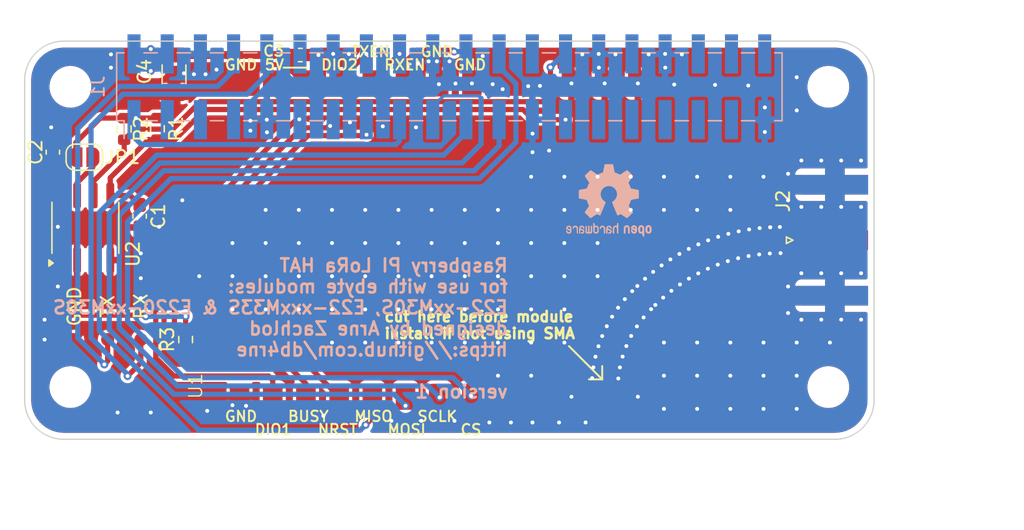
<source format=kicad_pcb>
(kicad_pcb (version 20240108) (generator "pcbnew") (generator_version "8.0")
  (title_block (comment 4 "AISLER Project ID: DUQSOLCP"))
  (layers (0 "F.Cu" signal) (31 "B.Cu" signal) (34 "B.Paste" user) (35 "F.Paste" user) (36 "B.SilkS" user "B.Silkscreen") (37 "F.SilkS" user "F.Silkscreen") (38 "B.Mask" user) (39 "F.Mask" user) (44 "Edge.Cuts" user))
  (net 0 "")
  (net 1 "GND")
  (net 2 "/ID_SD")
  (net 3 "/ID_SC")
  (net 4 "Net-(JP1-A)")
  (net 5 "+5V")
  (net 6 "/BUSY")
  (net 7 "/DIO1")
  (net 8 "/DIO2")
  (net 9 "/RXEN")
  (net 10 "/UART_RX")
  (net 11 "/UART_TX")
  (net 12 "Net-(J2-In)")
  (net 13 "/NRST")
  (net 14 "/MISO")
  (net 15 "/TXEN")
  (net 20 "/SCLK")
  (net 22 "+3.3V")
  (net 31 "/MOSI")
  (net 33 "/SS")
  (footprint "Jumper:SolderJumper-2_P1.3mm_Open_RoundedPad1.0x1.5mm" (layer "F.Cu") (at 4.572 8.89 180)
    (property "Reference" "JP1")
    (property "Value" "Jmp_EEPROM_WP")
  )
  (footprint "arnes_ebyte:E22-xxxM33S" (layer "F.Cu") (at 13.905 27.24 90)
    (property "Reference" "U1")
    (property "Value" "~")
  )
  (footprint "MountingHole:MountingHole_2.7mm_M2.5" (layer "F.Cu") (at 3.5 26.5)
    (property "Reference" "H3" (hide yes))
    (property "Value" "MountingHole")
  )
  (footprint "MountingHole:MountingHole_2.7mm_M2.5" (layer "F.Cu") (at 61.5 26.5)
    (property "Reference" "H4" (hide yes))
    (property "Value" "MountingHole")
  )
  (footprint "Package_SO:SOIC-8_3.9x4.9mm_P1.27mm" (layer "F.Cu") (at 4.6482 14.3002 90)
    (property "Reference" "U2")
    (property "Value" "M24C32-RMN6TP")
  )
  (footprint "Capacitor_SMD:C_0603_1608Metric" (layer "F.Cu") (at 21.095 1.0668)
    (property "Reference" "C3")
    (property "Value" "DNP")
  )
  (footprint "Connector_Coaxial:SMA_Amphenol_132289_EdgeMount" (layer "F.Cu") (at 62 15.25)
    (property "Reference" "J2")
    (property "Value" "Conn_Coaxial_Small")
  )
  (footprint "MountingHole:MountingHole_2.7mm_M2.5" (layer "F.Cu") (at 3.5 3.5)
    (property "Reference" "H1" (hide yes))
    (property "Value" "MountingHole")
  )
  (footprint "Resistor_SMD:R_0603_1608Metric" (layer "F.Cu") (at 7.62 6.731 -90)
    (property "Reference" "R2")
    (property "Value" "DNP")
  )
  (footprint "Capacitor_SMD:C_0603_1608Metric_Pad1.08x0.95mm_HandSolder" (layer "F.Cu") (at 2.159 8.509 90)
    (property "Reference" "C2")
    (property "Value" "100nF")
  )
  (footprint "MountingHole:MountingHole_2.7mm_M2.5" (layer "F.Cu") (at 61.5 3.5)
    (property "Reference" "H2" (hide yes))
    (property "Value" "MountingHole")
  )
  (footprint "Capacitor_SMD:C_0603_1608Metric_Pad1.08x0.95mm_HandSolder" (layer "F.Cu") (at 8.7982 13.4077 -90)
    (property "Reference" "C1")
    (property "Value" "DNP")
  )
  (footprint "Resistor_SMD:R_0603_1608Metric" (layer "F.Cu") (at 12.319 22.86 -90)
    (property "Reference" "R3")
    (property "Value" "DNP")
  )
  (footprint "TestPoint:TestPoint_Pad_D1.0mm" (layer "F.Cu") (at 6.35 22.86 90)
    (property "Reference" "TP12" (hide yes))
    (property "Value" "TX")
  )
  (footprint "TestPoint:TestPoint_Pad_D1.0mm" (layer "F.Cu") (at 3.81 22.86 90)
    (property "Reference" "TP18" (hide yes))
    (property "Value" "GND")
  )
  (footprint "Resistor_SMD:R_0603_1608Metric" (layer "F.Cu") (at 10.16 6.7188 -90)
    (property "Reference" "R1")
    (property "Value" "3.9k")
  )
  (footprint "TestPoint:TestPoint_Pad_D1.0mm" (layer "F.Cu") (at 8.89 22.86 90)
    (property "Reference" "TP11" (hide yes))
    (property "Value" "RX")
  )
  (footprint "Capacitor_SMD:C_1206_3216Metric" (layer "F.Cu") (at 11.43 2.54 -90)
    (property "Reference" "C4")
    (property "Value" "DNP")
  )
  (footprint "Connector_PinSocket_2.54mm:PinSocket_2x20_P2.54mm_Vertical_SMD" (layer "B.Cu") (at 32.5 3.5 -90)
    (property "Reference" "J1")
    (property "Value" "Raspberry_Pi_2_3")
  )
  (footprint "Symbol:OSHW-Logo2_7.3x6mm_SilkScreen" (layer "B.Cu") (at 44.704 12.192 180)
    (property "Reference" "REF**" (hide yes))
    (property "Value" "OSHW-Logo2_7.3x6mm_SilkScreen" (hide yes))
  )
  (gr_line (start 44.196 25.908) (end 43.18 25.908) (stroke (width 0.15)) (layer "F.SilkS"))
  (gr_line (start 41.656 23.368) (end 44.196 25.908) (stroke (width 0.15)) (layer "F.SilkS"))
  (gr_line (start 19.812 2.032) (end 21.59 2.032) (stroke (width 0.15)) (layer "F.SilkS"))
  (gr_line (start 44.196 25.908) (end 44.196 24.892) (stroke (width 0.15)) (layer "F.SilkS"))
  (gr_arc (start 62 0) (mid 64.12132 0.87868) (end 65 3) (stroke (width 0.1)) (layer "Edge.Cuts"))
  (gr_arc (start 65 27.5) (mid 64.12132 29.62132) (end 62 30.5) (stroke (width 0.1)) (layer "Edge.Cuts"))
  (gr_line (start 65 3) (end 65 27.5) (stroke (width 0.1)) (layer "Edge.Cuts"))
  (gr_line (start 62 30.5) (end 3 30.5) (stroke (width 0.1)) (layer "Edge.Cuts"))
  (gr_line (start 3 0) (end 62 0) (stroke (width 0.1)) (layer "Edge.Cuts"))
  (gr_arc (start 3 30.5) (mid 0.87868 29.62132) (end 0 27.5) (stroke (width 0.1)) (layer "Edge.Cuts"))
  (gr_line (start 0 27.5) (end 0 3) (stroke (width 0.1)) (layer "Edge.Cuts"))
  (gr_arc (start 0 3) (mid 0.87868 0.87868) (end 3 0) (stroke (width 0.1)) (layer "Edge.Cuts"))
  (gr_text "Raspberry PI LoRa HAT\nfor use with ebyte modules:\nE22-xxM30S, E22-xxxM33S & E220-xxM30S\ndesigned by Arne Zachlod\nhttps://github.com/db4rne\n\nversion 1" (at 37.084 27.432 0) (layer "B.SilkS") (effects (font (size 1 1) (thickness 0.2)) (justify left bottom mirror)))
  (gr_text "NRST" (at 22.352 30.226 0) (layer "F.SilkS") (effects (font (size 0.8 0.8) (thickness 0.15) (bold yes)) (justify left bottom)))
  (gr_text "GND" (at 32.766 2.286 0) (layer "F.SilkS") (effects (font (size 0.8 0.8) (thickness 0.15) (bold yes)) (justify left bottom)))
  (gr_text "5V" (at 18.288 2.286 0) (layer "F.SilkS") (effects (font (size 0.8 0.8) (thickness 0.15) (bold yes)) (justify left bottom)))
  (gr_text "GND" (at 15.24 2.286 0) (layer "F.SilkS") (effects (font (size 0.8 0.8) (thickness 0.15) (bold yes)) (justify left bottom)))
  (gr_text "BUSY" (at 20.066 29.21 0) (layer "F.SilkS") (effects (font (size 0.8 0.8) (thickness 0.15) (bold yes)) (justify left bottom)))
  (gr_text "RXEN" (at 27.432 2.286 0) (layer "F.SilkS") (effects (font (size 0.8 0.8) (thickness 0.15) (bold yes)) (justify left bottom)))
  (gr_text "GND" (at 30.226 1.27 0) (layer "F.SilkS") (effects (font (size 0.8 0.8) (thickness 0.15) (bold yes)) (justify left bottom)))
  (gr_text "DIO2" (at 22.606 2.286 0) (layer "F.SilkS") (effects (font (size 0.8 0.8) (thickness 0.15) (bold yes)) (justify left bottom)))
  (gr_text "MISO" (at 25.146 29.21 0) (layer "F.SilkS") (effects (font (size 0.8 0.8) (thickness 0.15) (bold yes)) (justify left bottom)))
  (gr_text "GND" (at 15.24 29.21 0) (layer "F.SilkS") (effects (font (size 0.8 0.8) (thickness 0.15) (bold yes)) (justify left bottom)))
  (gr_text "SCLK" (at 29.972 29.21 0) (layer "F.SilkS") (effects (font (size 0.8 0.8) (thickness 0.15) (bold yes)) (justify left bottom)))
  (gr_text "TXEN" (at 24.892 1.27 0) (layer "F.SilkS") (effects (font (size 0.8 0.8) (thickness 0.15) (bold yes)) (justify left bottom)))
  (gr_text "MOSI" (at 27.686 30.226 0) (layer "F.SilkS") (effects (font (size 0.8 0.8) (thickness 0.15) (bold yes)) (justify left bottom)))
  (gr_text "CS" (at 33.274 30.226 0) (layer "F.SilkS") (effects (font (size 0.8 0.8) (thickness 0.15) (bold yes)) (justify left bottom)))
  (gr_text "DIO1" (at 17.526 30.226 0) (layer "F.SilkS") (effects (font (size 0.8 0.8) (thickness 0.15) (bold yes)) (justify left bottom)))
  (gr_text "cut here before module \ninstall if not using SMA" (at 27.432 22.86 0) (layer "F.SilkS") (effects (font (size 0.8 0.8) (thickness 0.2) (bold yes)) (justify left bottom)))
  (segment (start 21.87 1.0668) (end 22.479 1.0668) (width 0.6) (layer "F.Cu") (net 1))
  (segment (start 23.5232 1.0668) (end 23.61 0.98) (width 0.6) (layer "F.Cu") (net 1))
  (segment (start 22.479 1.0668) (end 23.5232 1.0668) (width 0.6) (layer "F.Cu") (net 1))
  (via (at 60.96 12.7) (size 0.6) (drill 0.3) (layers "F.Cu" "B.Cu") (net 1))
  (via (at 23.5204 23.0886) (size 0.7) (drill 0.3) (layers "F.Cu" "B.Cu") (net 1))
  (via (at 18.4404 18.0086) (size 0.7) (drill 0.3) (layers "F.Cu" "B.Cu") (net 1))
  (via (at 15.9004 15.4686) (size 0.7) (drill 0.3) (layers "F.Cu" "B.Cu") (net 1))
  (via (at 50.103819 16.301794) (size 0.7) (drill 0.3) (layers "F.Cu" "B.Cu") (net 1))
  (via (at 23.5204 20.5486) (size 0.7) (drill 0.3) (layers "F.Cu" "B.Cu") (net 1))
  (via (at 28.6004 23.0886) (size 0.7) (drill 0.3) (layers "F.Cu" "B.Cu") (net 1))
  (via (at 36.576 3.683) (size 0.6) (drill 0.3) (layers "F.Cu" "B.Cu") (net 1))
  (via (at 28.6004 18.0086) (size 0.7) (drill 0.3) (layers "F.Cu" "B.Cu") (net 1))
  (via (at 50.832341 18.191115) (size 0.7) (drill 0.3) (layers "F.Cu" "B.Cu") (net 1))
  (via (at 27.4066 6.5278) (size 0.6) (drill 0.3) (layers "F.Cu" "B.Cu") (net 1))
  (via (at 31.1404 23.0886) (size 0.7) (drill 0.3) (layers "F.Cu" "B.Cu") (net 1))
  (via (at 18.4404 15.4686) (size 0.7) (drill 0.3) (layers "F.Cu" "B.Cu") (net 1))
  (via (at 47.362271 21.165398) (size 0.7) (drill 0.3) (layers "F.Cu" "B.Cu") (net 1))
  (via (at 46.489179 19.153031) (size 0.7) (drill 0.3) (layers "F.Cu" "B.Cu") (net 1))
  (via (at 8.89 18.161) (size 0.6) (drill 0.3) (layers "F.Cu" "B.Cu") (net 1))
  (via (at 45.549533 24.994283) (size 0.7) (drill 0.3) (layers "F.Cu" "B.Cu") (net 1))
  (via (at 10.287 14.224) (size 0.6) (drill 0.3) (layers "F.Cu" "B.Cu") (net 1))
  (via (at 48.093903 17.675273) (size 0.7) (drill 0.3) (layers "F.Cu" "B.Cu") (net 1))
  (via (at 24.8158 0.9906) (size 0.6) (drill 0.3) (layers "F.Cu" "B.Cu") (net 1))
  (via (at 53.848738 14.760392) (size 0.7) (drill 0.3) (layers "F.Cu" "B.Cu") (net 1))
  (via (at 24.892 6.223) (size 0.6) (drill 0.3) (layers "F.Cu" "B.Cu") (net 1))
  (via (at 35.814 3.302) (size 0.6) (drill 0.3) (layers "F.Cu" "B.Cu") (net 1))
  (via (at 49.488644 19.123762) (size 0.7) (drill 0.3) (layers "F.Cu" "B.Cu") (net 1))
  (via (at 49.410241 16.724376) (size 0.7) (drill 0.3) (layers "F.Cu" "B.Cu") (net 1))
  (via (at 2.54 14.224) (size 0.6) (drill 0.3) (layers "F.Cu" "B.Cu") (net 1))
  (via (at 40.894 29.21) (size 0.6) (drill 0.3) (layers "F.Cu" "B.Cu") (net 1))
  (via (at 59.0804 5.3086) (size 0.7) (drill 0.3) (layers "F.Cu" "B.Cu") (net 1))
  (via (at 15.9004 20.5486) (size 0.7) (drill 0.3) (layers "F.Cu" "B.Cu") (net 1))
  (via (at 38.7604 15.4686) (size 0.7) (drill 0.3) (layers "F.Cu" "B.Cu") (net 1))
  (via (at 48.859967 19.647369) (size 0.7) (drill 0.3) (layers "F.Cu" "B.Cu") (net 1))
  (via (at 59.436 21.336) (size 0.6) (drill 0.3) (layers "F.Cu" "B.Cu") (net 1))
  (via (at 56.5404 28.1686) (size 0.7) (drill 0.3) (layers "F.Cu" "B.Cu") (net 1))
  (via (at 42.672 1.016) (size 0.6) (drill 0.3) (layers "F.Cu" "B.Cu") (net 1))
  (via (at 41.3004 20.5486) (size 0.7) (drill 0.3) (layers "F.Cu" "B.Cu") (net 1))
  (via (at 36.2204 23.0886) (size 0.7) (drill 0.3) (layers "F.Cu" "B.Cu") (net 1))
  (via (at 58.42 18.796) (size 0.6) (drill 0.3) (layers "F.Cu" "B.Cu") (net 1))
  (via (at 33.6804 20.5486) (size 0.7) (drill 0.3) (layers "F.Cu" "B.Cu") (net 1))
  (via (at 54.0004 12.9286) (size 0.7) (drill 0.3) (layers "F.Cu" "B.Cu") (net 1))
  (via (at 38.862 29.21) (size 0.6) (drill 0.3) (layers "F.Cu" "B.Cu") (net 1))
  (via (at 43.93 0.98) (size 0.6) (drill 0.3) (layers "F.Cu" "B.Cu") (net 1))
  (via (at 52.832 3.3528) (size 0.6) (drill 0.3) (layers "F.Cu" "B.Cu") (net 1))
  (via (at 38.7604 12.9286) (size 0.7) (drill 0.3) (layers "F.Cu" "B.Cu") (net 1))
  (via (at 49.022 2.032) (size 0.6) (drill 0.3) (layers "F.Cu" "B.Cu") (net 1))
  (via (at 28.6004 20.5486) (size 0.7) (drill 0.3) (layers "F.Cu" "B.Cu") (net 1))
  (via (at 59.436 17.78) (size 0.6) (drill 0.3) (layers "F.Cu" "B.Cu") (net 1))
  (via (at 28.6004 15.4686) (size 0.7) (drill 0.3) (layers "F.Cu" "B.Cu") (net 1))
  (via (at 59.0804 2.7686) (size 0.7) (drill 0.3) (layers "F.Cu" "B.Cu") (net 1))
  (via (at 17.272 6.858) (size 0.6) (drill 0.3) (layers "F.Cu" "B.Cu") (net 1))
  (via (at 64.008 9.144) (size 0.6) (drill 0.3) (layers "F.Cu" "B.Cu") (net 1))
  (via (at 64.008 17.78) (size 0.6) (drill 0.3) (layers "F.Cu" "B.Cu") (net 1))
  (via (at 39.4328 3.429) (size 0.6) (drill 0.3) (layers "F.Cu" "B.Cu") (net 1))
  (via (at 57.022711 16.266251) (size 0.7) (drill 0.3) (layers "F.Cu" "B.Cu") (net 1))
  (via (at 28.067 29.083) (size 0.6) (drill 0.3) (layers "F.Cu" "B.Cu") (net 1))
  (via (at 32.893 29.083) (size 0.6) (drill 0.3) (layers "F.Cu" "B.Cu") (net 1))
  (via (at 50.292 1.016) (size 0.6) (drill 0.3) (layers "F.Cu" "B.Cu") (net 1))
  (via (at 41.3004 23.0886) (size 0.7) (drill 0.3) (layers "F.Cu" "B.Cu") (net 1))
  (via (at 13.3604 18.0086) (size 0.7) (drill 0.3) (layers "F.Cu" "B.Cu") (net 1))
  (via (at 46.3804 12.9286) (size 0.7) (drill 0.3) (layers "F.Cu" "B.Cu") (net 1))
  (via (at 38.7604 18.0086) (size 0.7) (drill 0.3) (layers "F.Cu" "B.Cu") (net 1))
  (via (at 60.96 21.336) (size 0.6) (drill 0.3) (layers "F.Cu" "B.Cu") (net 1))
  (via (at 57.79146 14.240301) (size 0.7) (drill 0.3) (layers "F.Cu" "B.Cu") (net 1))
  (via (at 15.9004 27.8892) (size 0.6) (drill 0.3) (layers "F.Cu" "B.Cu") (net 1))
  (via (at 30.9118 1.5494) (size 0.6) (drill 0.3) (layers "F.Cu" "B.Cu") (net 1))
  (via (at 62.484 12.7) (size 0.6) (drill 0.3) (layers "F.Cu" "B.Cu") (net 1))
  (via (at 57.053219 14.258801) (size 0.7) (drill 0.3) (layers "F.Cu" "B.Cu") (net 1))
  (via (at 12.192 2.4638) (size 0.6) (drill 0.3) (layers "F.Cu" "B.Cu") (net 1))
  (via (at 30.353 29.083) (size 0.6) (drill 0.3) (layers "F.Cu" "B.Cu") (net 1))
  (via (at 54.0004 25.6286) (size 0.7) (drill 0.3) (layers "F.Cu" "B.Cu") (net 1))
  (via (at 43.8404 10.3886) (size 0.7) (drill 0.3) (layers "F.Cu" "B.Cu") (net 1))
  (via (at 59.0804 25.6286) (size 0.7) (drill 0.3) (layers "F.Cu" "B.Cu") (net 1))
  (via (at 26.0604 18.0086) (size 0.7) (drill 0.3) (layers "F.Cu" "B.Cu") (net 1))
  (via (at 18.4404 12.9286) (size 0.7) (drill 0.3) (layers "F.Cu" "B.Cu") (net 1))
  (via (at 23.5204 18.0086) (size 0.7) (drill 0.3) (layers "F.Cu" "B.Cu") (net 1))
  (via (at 34.225 3.24) (size 0.6) (drill 0.3) (layers "F.Cu" "B.Cu") (net 1))
  (via (at 47.752 1.016) (size 0.6) (drill 0.3) (layers "F.Cu" "B.Cu") (net 1))
  (via (at 54.598304 16.631203) (size 0.7) (drill 0.3) (layers "F.Cu" "B.Cu") (net 1))
  (via (at 36.2204 18.0086) (size 0.7) (drill 0.3) (layers "F.Cu" "B.Cu") (net 1))
  (via (at 33.6804 23.0886) (size 0.7) (drill 0.3) (layers "F.Cu" "B.Cu") (net 1))
  (via (at 51.4604 25.6286) (size 0.7) (drill 0.3) (layers "F.Cu" "B.Cu") (net 1))
  (via (at 41.845 3.24) (size 0.6) (drill 0.3) (layers "F.Cu" "B.Cu") (net 1))
  (via (at 59.0804 28.1686) (size 0.7) (drill 0.3) (layers "F.Cu" "B.Cu") (net 1))
  (via (at 56.5404 23.0886) (size 0.7) (drill 0.3) (layers "F.Cu" "B.Cu") (net 1))
  (via (at 35.052 1.143) (size 0.6) (drill 0.3) (layers "F.Cu" "B.Cu") (net 1))
  (via (at 31.5468 1.5494) (size 0.6) (drill 0.3) (layers "F.Cu" "B.Cu") (net 1))
  (via (at 49.01 0.98) (size 0.6) (drill 0.3) (layers "F.Cu" "B.Cu") (net 1))
  (via (at 41.3004 12.9286) (size 0.7) (drill 0.3) (layers "F.Cu" "B.Cu") (net 1))
  (via (at 31.6992 3.302) (size 0.6) (drill 0.3) (layers "F.Cu" "B.Cu") (net 1))
  (via (at 45.425628 25.84087) (size 0.7) (drill 0.3) (layers "F.Cu" "B.Cu") (net 1))
  (via (at 18.542 6.985) (size 0.6) (drill 0.3) (layers "F.Cu" "B.Cu") (net 1))
  (via (at 48.262899 20.206886) (size 0.7) (drill 0.3) (layers "F.Cu" "B.Cu") (net 1))
  (via (at 48.9204 12.9286) (size 0.7) (drill 0.3) (layers "F.Cu" "B.Cu") (net 1))
  (via (at 32.512 1.5494) (size 0.6) (drill 0.3) (layers "F.Cu" "B.Cu") (net 1))
  (via (at 41.3004 18.0086) (size 0.7) (drill 0.3) (layers "F.Cu" "B.Cu") (net 1))
  (via (at 59.0804 23.0886) (size 0.7) (drill 0.3) (layers "F.Cu" "B.Cu") (net 1))
  (via (at 8.89 19.685) (size 0.6) (drill 0.3) (layers "F.Cu" "B.Cu") (net 1))
  (via (at 36.2204 20.5486) (size 0.7) (drill 0.3) (layers "F.Cu" "B.Cu") (net 1))
  (via (at 59.436 12.7) (size 0.6) (drill 0.3) (layers "F.Cu" "B.Cu") (net 1))
  (via (at 36.2204 15.4686) (size 0.7) (drill 0.3) (layers "F.Cu" "B.Cu") (net 1))
  (via (at 64.008 12.7) (size 0.6) (drill 0.3) (layers "F.Cu" "B.Cu") (net 1))
  (via (at 30.099 1.7272) (size 0.6) (drill 0.3) (layers "F.Cu" "B.Cu") (net 1))
  (via (at 33.6804 15.4686) (size 0.7) (drill 0.3) (layers "F.Cu" "B.Cu") (net 1))
  (via (at 20.9804 15.4686) (size 0.7) (drill 0.3) (layers "F.Cu" "B.Cu") (net 1))
  (via (at 51.552361 15.568097) (size 0.7) (drill 0.3) (layers "F.Cu" "B.Cu") (net 1))
  (via (at 46.925 27.24) (size 0.6) (drill 0.3) (layers "F.Cu" "B.Cu") (net 1))
  (via (at 51.4604 23.0886) (size 0.7) (drill 0.3) (layers "F.Cu" "B.Cu") (net 1))
  (via (at 45.413224 20.420112) (size 0.7) (drill 0.3) (layers "F.Cu" "B.Cu") (net 1))
  (via (at 40.132 8.382) (size 0.6) (drill 0.3) (layers "F.Cu" "B.Cu") (net 1))
  (via (at 48.9204 10.3886) (size 0.7) (drill 0.3) (layers "F.Cu" "B.Cu") (net 1))
  (via (at 26.0604 12.9286) (size 0.7) (drill 0.3) (layers "F.Cu" "B.Cu") (net 1))
  (via (at 20.9804 12.9286) (size 0.7) (drill 0.3) (layers "F.Cu" "B.Cu") (net 1))
  (via (at 53.810207 16.851122) (size 0.7) (drill 0.3) (layers "F.Cu" "B.Cu") (net 1))
  (via (at 49.7078 3.3274) (size 0.6) (drill 0.3) (layers "F.Cu" "B.Cu") (net 1))
  (via (at 54.0004 23.0886) (size 0.7) (drill 0.3) (layers "F.Cu" "B.Cu") (net 1))
  (via (at 44.546799 21.838527) (size 0.7) (drill 0.3) (layers "F.Cu" "B.Cu") (net 1))
  (via (at 43.8404 15.4686) (size 0.7) (drill 0.3) (layers "F.Cu" "B.Cu") (net 1))
  (via (at 58.42 12.192) (size 0.6) (drill 0.3) (layers "F.Cu" "B.Cu") (net 1))
  (via (at 20.9804 20.5486) (size 0.7) (drill 0.3) (layers "F.Cu" "B.Cu") (net 1))
  (via (at 26.0604 20.5486) (size 0.7) (drill 0.3) (layers "F.Cu" "B.Cu") (net 1))
  (via (at 53.037298 17.119515) (size 0.7) (drill 0.3) (layers "F.Cu" "B.Cu") (net 1))
  (via (at 20.9804 18.0086) (size 0.7) (drill 0.3) (layers "F.Cu" "B.Cu") (net 1))
  (via (at 60.96 17.78) (size 0.6) (drill 0.3) (layers "F.Cu" "B.Cu") (net 1))
  (via (at 47.937673 20.532113) (size 0.7) (drill 0.3) (layers "F.Cu" "B.Cu") (net 1))
  (via (at 6.604 2.032) (size 0.6) (drill 0.3) (layers "F.Cu" "B.Cu") (net 1))
  (via (at 31.1404 20.5486) (size 0.7) (drill 0.3) (layers "F.Cu" "B.Cu") (net 1))
  (via (at 1.524 22.86) (size 0.6) (drill 0.3) (layers "F.Cu" "B.Cu") (net 1))
  (via (at 62.484 21.336) (size 0.6) (drill 0.3) (layers "F.Cu" "B.Cu") (net 1))
  (via (at 52.303386 15.258976) (size 0.7) (drill 0.3) (layers "F.Cu" "B.Cu") (net 1))
  (via (at 23.5204 12.9286) (size 0.7) (drill 0.3) (layers "F.Cu" "B.Cu") (net 1))
  (via (at 38.7604 23.0886) (size 0.7) (drill 0.3) (layers "F.Cu" "B.Cu") (net 1))
  (via (at 36.2204 12.9286) (size 0.7) (drill 0.3) (layers "F.Cu" "B.Cu") (net 1))
  (via (at 43.8404 12.9286) (size 0.7) (drill 0.3) (layers "F.Cu" "B.Cu") (net 1))
  (via (at 51.4604 12.9286) (size 0.7) (drill 0.3) (layers "F.Cu" "B.Cu") (net 1))
  (via (at 16.9418 27.94) (size 0.6) (drill 0.3) (layers "F.Cu" "B.Cu") (net 1))
  (via (at 12.065 12.192) (size 0.6) (drill 0.3) (layers "F.Cu" "B.Cu") (net 1))
  (via (at 62.484 9.144) (size 0.6) (drill 0.3) (layers "F.Cu" "B.Cu") (net 1))
  (via (at 46.851258 21.85164) (size 0.7) (drill 0.3) (layers "F.Cu" "B.Cu") (net 1))
  (via (at 48.9204 28.1686) (size 0.7) (drill 0.3) (layers "F.Cu" "B.Cu") (net 1))
  (via (at 23.61 0.98) (size 0.6) (drill 0.3) (layers "F.Cu" "B.Cu") (net 1))
  (via (at 52.281428 17.432605) (size 0.7) (drill 0.3) (layers "F.Cu" "B.Cu") (net 1))
  (via (at 58.42 20.828) (size 0.6) (drill 0.3) (layers "F.Cu" "B.Cu") (net 1))
  (via (at 45.75641 24.164049) (size 0.7) (drill 0.3) (layers "F.Cu" "B.Cu") (net 1))
  (via (at 54.638864 14.572289) (size 0.7) (drill 0.3) (layers "F.Cu" "B.Cu") (net 1))
  (via (at 45.212 1.016) (size 0.6) (drill 0.3) (layers "F.Cu" "B.Cu") (net 1))
  (via (at 23.5204 15.4686) (size 0.7) (drill 0.3) (layers "F.Cu" "B.Cu") (net 1))
  (via (at 48.9204 25.6286) (size 0.7) (drill 0.3) (layers "F.Cu" "B.Cu") (net 1))
  (via (at 46.410478 22.584988) (size 0.7) (drill 0.3) (layers "F.Cu" "B.Cu") (net 1))
  (via (at 51.545117 17.789353) (size 0.7) (drill 0.3) (layers "F.Cu" "B.Cu") (net 1))
  (via (at 51.4604 28.1686) (size 0.7) (drill 0.3) (layers "F.Cu" "B.Cu") (net 1))
  (via (at 56.243281 14.321032) (size 0.7) (drill 0.3) (layers "F.Cu" "B.Cu") (net 1))
  (via (at 62.484 17.78) (size 0.6) (drill 0.3) (layers "F.Cu" "B.Cu") (net 1))
  (via (at 14.6812 2.1844) (size 0.6) (drill 0.3) (layers "F.Cu" "B.Cu") (net 1))
  (via (at 43.520447 24.989682) (size 0.7) (drill 0.3) (layers "F.Cu" "B.Cu") (net 1))
  (via (at 18.4404 20.5486) (size 0.7) (drill 0.3) (layers "F.Cu" "B.Cu") (net 1))
  (via (at 22.479 1.0668) (size 0.6) (drill 0.3) (layers "F.Cu" "B.Cu") (net 1))
  (via (at 56.5404 25.6286) (size 0.7) (drill 0.3) (layers "F.Cu" "B.Cu") (net 1))
  (via (at 43.942 2.032) (size 0.6) (drill 0.3) (layers "F.Cu" "B.Cu") (net 1))
  (via (at 22.86 28.702) (size 0.6) (drill 0.3) (layers "F.Cu" "B.Cu") (net 1))
  (via (at 37.211 29.21) (size 0.6) (drill 0.3) (layers "F.Cu" "B.Cu") (net 1))
  (via (at 56.642 5.08) (size 0.6) (drill 0.3) (layers "F.Cu" "B.Cu") (net 1))
  (via (at 44.951622 21.112032) (size 0.7) (drill 0.3) (layers "F.Cu" "B.Cu") (net 1))
  (via (at 43.910762 23.374057) (size 0.7) (drill 0.3) (layers "F.Cu" "B.Cu") (net 1))
  (via (at 38.7604 20.5486) (size 0.7) (drill 0.3) (layers "F.Cu" "B.Cu") (net 1))
  (via (at 9.652 28.448) (size 0.6) (drill 0.3) (layers "F.Cu" "B.Cu") (net 1))
  (via (at 26.0604 23.0886) (size 0.7) (drill 0.3) (layers "F.Cu" "B.Cu") (net 1))
  (via (at 50.146833 18.637804) (size 0.7) (drill 0.3) (layers "F.Cu" "B.Cu") (net 1))
  (via (at 41.845 27.24) (size 0.6) (drill 0.3) (layers "F.Cu" "B.Cu") (net 1))
  (via (at 38.7604 10.3886) (size 0.7) (drill 0.3) (layers "F.Cu" "B.Cu") (net 1))
  (via (at 53.06954 14.989497) (size 0.7) (drill 0.3) (layers "F.Cu" "B.Cu") (net 1))
  (via (at 55.398889 16.462332) (size 0.7) (drill 0.3) (layers "F.Cu" "B.Cu") (net 1))
  (via (at 48.739661 17.182617) (size 0.7) (drill 0.3) (layers "F.Cu" "B.Cu") (net 1))
  (via (at 2.032 6.604) (size 0.6) (drill 0.3) (layers "F.Cu" "B.Cu") (net 1))
  (via (at 56.642 6.9596) (size 0.6) (drill 0.3) (layers "F.Cu" "B.Cu") (net 1))
  (via (at 2.54 18.796) (size 0.6) (drill 0.3) (layers "F.Cu" "B.Cu") (net 1))
  (via (at 17.272 6.096) (size 0.6) (drill 0.3) (layers "F.Cu" "B.Cu") (net 1))
  (via (at 51.4604 10.3886) (size 0.7) (drill 0.3) (layers "F.Cu" "B.Cu") (net 1))
  (via (at 58.42 10.16) (size 0.6) (drill 0.3) (layers "F.Cu" "B.Cu") (net 1))
  (via (at 29.9466 6.604) (size 0.6) (drill 0.3) (layers "F.Cu" "B.Cu") (net 1))
  (via (at 36.2204 25.6286) (size 0.7) (drill 0.3) (layers "F.Cu" "B.Cu") (net 1))
  (via (at 50.818507 15.916018) (size 0.7) (drill 0.3) (layers "F.Cu" "B.Cu") (net 1))
  (via (at 38.5318 3.4544) (size 0.6) (drill 0.3) (layers "F.Cu" "B.Cu") (net 1))
  (via (at 42.926 29.21) (size 0.6) (drill 0.3) (layers "F.Cu" "B.Cu") (net 1))
  (via (at 54.0004 28.1686) (size 0.7) (drill 0.3) (layers "F.Cu" "B.Cu") (net 1))
  (via (at 31.1404 12.9286) (size 0.7) (drill 0.3) (layers "F.Cu" "B.Cu") (net 1))
  (via (at 41.3004 15.4686) (size 0.7) (drill 0.3) (layers "F.Cu" "B.Cu") (net 1))
  (via (at 12.954 2.54) (size 0.6) (drill 0.3) (layers "F.Cu" "B.Cu") (net 1))
  (via (at 38.862 8.509) (size 0.6) (drill 0.3) (layers "F.Cu" "B.Cu") (net 1))
  (via (at 7.112 28.448) (size 0.6) (drill 0.3) (layers "F.Cu" "B.Cu") (net 1))
  (via (at 44.385 3.24) (size 0.6) (drill 0.3) (layers "F.Cu" "B.Cu") (net 1))
  (via (at 18.53 6.02) (size 0.6) (drill 0.3) (layers "F.Cu" "B.Cu") (net 1))
  (via (at 38.862 7.0866) (size 0.6) (drill 0.3) (layers "F.Cu" "B.Cu") (net 1))
  (via (at 33.6804 12.9286) (size 0.7) (drill 0.3) (layers "F.Cu" "B.Cu") (net 1))
  (via (at 8.89 16.256) (size 0.6) (drill 0.3) (layers "F.Cu" "B.Cu") (net 1))
  (via (at 26.0604 15.4686) (size 0.7) (drill 0.3) (layers "F.Cu" "B.Cu") (net 1))
  (via (at 59.436 9.144) (size 0.6) (drill 0.3) (layers "F.Cu" "B.Cu") (net 1))
  (via (at 60.96 9.144) (size 0.6) (drill 0.3) (layers "F.Cu" "B.Cu") (net 1))
  (via (at 64.008 21.336) (size 0.6) (drill 0.3) (layers "F.Cu" "B.Cu") (net 1))
  (via (at 57.84054 16.239699) (size 0.7) (drill 0.3) (layers "F.Cu" "B.Cu") (net 1))
  (via (at 43.8404 18.0086) (size 0.7) (drill 0.3) (layers "F.Cu" "B.Cu") (net 1))
  (via (at 56.207923 16.340548) (size 0.7) (drill 0.3) (layers "F.Cu" "B.Cu") (net 1))
  (via (at 6.604 1.016) (size 0.6) (drill 0.3) (layers "F.Cu" "B.Cu") (net 1))
  (via (at 46.883817 18.758392) (size 0.7) (drill 0.3) (layers "F.Cu" "B.Cu") (net 1))
  (via (at 38.7604 25.6286) (size 0.7) (drill 0.3) (layers "F.Cu" "B.Cu") (net 1))
  (via (at 43.422065 25.8155) (size 0.7) (drill 0.3) (layers "F.Cu" "B.Cu") (net 1))
  (via (at 45.9276 19.766605) (size 0.7) (drill 0.3) (layers "F.Cu" "B.Cu") (net 1))
  (via (at 31.1404 18.0086) (size 0.7) (drill 0.3) (layers "F.Cu" "B.Cu") (net 1))
  (via (at 32.9692 3.2512) (size 0.6) (drill 0.3) (layers "F.Cu" "B.Cu") (net 1))
  (via (at 31.1404 15.4686) (size 0.7) (drill 0.3) (layers "F.Cu" "B.Cu") (net 1))
  (via (at 54.0004 10.3886) (size 0.7) (drill 0.3) (layers "F.Cu" "B.Cu") (net 1))
  (via (at 57.053227 14.258801) (size 0.7) (drill 0.3) (layers "F.Cu" "B.Cu") (net 1))
  (via (at 55.372 3.4036) (size 0.6) (drill 0.3) (layers "F.Cu" "B.Cu") (net 1))
  (via (at 33.6804 18.0086) (size 0.7) (drill 0.3) (layers "F.Cu" "B.Cu") (net 1))
  (via (at 55.437769 14.425701) (size 0.7) (drill 0.3) (layers "F.Cu" "B.Cu") (net 1))
  (via (at 47.474727 18.201007) (size 0.7) (drill 0.3) (layers "F.Cu" "B.Cu") (net 1))
  (via (at 43.683306 24.174019) (size 0.7) (drill 0.3) (layers "F.Cu" "B.Cu") (net 1))
  (via (at 35.56 29.21) (size 0.6) (drill 0.3) (layers "F.Cu" "B.Cu") (net 1))
  (via (at 15.9004 18.0086) (size 0.7) (drill 0.3) (layers "F.Cu" "B.Cu") (net 1))
  (via (at 46.925 3.24) (size 0.6) (drill 0.3) (layers "F.Cu" "B.Cu") (net 1))
  (via (at 56.5404 10.3886) (size 0.7) (drill 0.3) (layers "F.Cu" "B.Cu") (net 1))
  (via (at 1.524 21.336) (size 0.6) (drill 0.3) (layers "F.Cu" "B.Cu") (net 1))
  (via (at 13.843 2.54) (size 0.6) (drill 0.3) (layers "F.Cu" "B.Cu") (net 1))
  (via (at 28.6004 12.9286) (size 0.7) (drill 0.3) (layers "F.Cu" "B.Cu") (net 1))
  (via (at 46.3804 10.3886) (size 0.7) (drill 0.3) (layers "F.Cu" "B.Cu") (net 1))
  (via (at 61.6204 23.0886) (size 0.7) (drill 0.3) (layers "F.Cu" "B.Cu") (net 1))
  (via (at 46.04424 23.358279) (size 0.7) (drill 0.3) (layers "F.Cu" "B.Cu") (net 1))
  (via (at 48.9204 23.0886) (size 0.7) (drill 0.3) (layers "F.Cu" "B.Cu") (net 1))
  (via (at 41.3004 10.3886) (size 0.7) (drill 0.3) (layers "F.Cu" "B.Cu") (net 1))
  (via (at 44.196202 22.592797) (size 0.7) (drill 0.3) (layers "F.Cu" "B.Cu") (net 1))
  (via (at 13.97 28.321) (size 0.6) (drill 0.3) (layers "F.Cu" "B.Cu") (net 1))
  (segment (start 13.45 0.98) (end 13.45 2.044) (width 0.6) (layer "B.Cu") (net 1))
  (segment (start 18.53 6.02) (end 18.53 6.973) (width 0.4) (layer "B.Cu") (net 1))
  (segment (start 43.93 2.02) (end 43.942 2.032) (width 0.6) (layer "B.Cu") (net 1))
  (segment (start 38.85 7.0746) (end 38.862 7.0866) (width 0.6) (layer "B.Cu") (net 1))
  (segment (start 56.63 6.02) (end 56.63 6.9476) (width 0.6) (layer "B.Cu") (net 1))
  (segment (start 43.93 0.98) (end 43.93 2.02) (width 0.6) (layer "B.Cu") (net 1))
  (segment (start 31.23 0.98) (end 31.23 1.4732) (width 0.6) (layer "B.Cu") (net 1))
  (segment (start 56.63 5.092) (end 56.642 5.08) (width 0.6) (layer "B.Cu") (net 1))
  (segment (start 13.45 2.044) (end 12.954 2.54) (width 0.6) (layer "B.Cu") (net 1))
  (segment (start 56.63 6.9476) (end 56.642 6.9596) (width 0.6) (layer "B.Cu") (net 1))
  (segment (start 13.45 2.147) (end 13.843 2.54) (width 0.6) (layer "B.Cu") (net 1))
  (segment (start 31.23 1.004) (end 31.242 1.016) (width 0.6) (layer "B.Cu") (net 1))
  (segment (start 18.53 6.973) (end 18.542 6.985) (width 0.4) (layer "B.Cu") (net 1))
  (segment (start 56.63 6.02) (end 56.63 5.092) (width 0.6) (layer "B.Cu") (net 1))
  (segment (start 49.01 2.02) (end 49.022 2.032) (width 0.4) (layer "B.Cu") (net 1))
  (segment (start 13.45 0.98) (end 13.45 2.147) (width 0.6) (layer "B.Cu") (net 1))
  (segment (start 38.85 6.02) (end 38.85 7.0746) (width 0.6) (layer "B.Cu") (net 1))
  (segment (start 31.23 1.4732) (end 31.23 1.766) (width 0.6) (layer "B.Cu") (net 1))
  (segment (start 49.01 0.98) (end 49.01 2.02) (width 0.4) (layer "B.Cu") (net 1))
  (segment (start 31.23 1.766) (end 31.242 1.778) (width 0.6) (layer "B.Cu") (net 1))
  (segment (start 31.23 0.98) (end 31.23 1.004) (width 0.6) (layer "B.Cu") (net 1))
  (segment (start 6.5532 11.8252) (end 6.5532 10.4648) (width 0.4) (layer "F.Cu") (net 2))
  (segment (start 8.0782 11.8252) (end 8.7982 12.5452) (width 0.4) (layer "F.Cu") (net 2))
  (segment (start 38.133 5.24) (end 38.913 6.02) (width 0.4) (layer "F.Cu") (net 2))
  (segment (start 38.913 6.02) (end 41.39 6.02) (width 0.4) (layer "F.Cu") (net 2))
  (segment (start 11.5062 7.5438) (end 13.81 5.24) (width 0.4) (layer "F.Cu") (net 2))
  (segment (start 10.16 7.5438) (end 11.5062 7.5438) (width 0.4) (layer "F.Cu") (net 2))
  (segment (start 9.4742 7.5438) (end 10.16 7.5438) (width 0.4) (layer "F.Cu") (net 2))
  (segment (start 13.81 5.24) (end 38.133 5.24) (width 0.4) (layer "F.Cu") (net 2))
  (segment (start 6.5532 10.4648) (end 9.4742 7.5438) (width 0.4) (layer "F.Cu") (net 2))
  (segment (start 6.5532 11.8252) (end 8.0782 11.8252) (width 0.4) (layer "F.Cu") (net 2))
  (via (at 41.39 6.02) (size 0.6) (drill 0.3) (layers "F.Cu" "B.Cu") (net 2))
  (segment (start 39.81 4.64) (end 40.2336 4.2164) (width 0.4) (layer "F.Cu") (net 3))
  (segment (start 8.4322 6.7438) (end 11.330672 6.7438) (width 0.4) (layer "F.Cu") (net 3))
  (segment (start 5.2832 10.7188) (end 7.62 8.382) (width 0.4) (layer "F.Cu") (net 3))
  (segment (start 5.2832 11.8252) (end 5.2832 10.7188) (width 0.4) (layer "F.Cu") (net 3))
  (segment (start 40.2336 4.2164) (end 40.2336 2.0066) (width 0.4) (layer "F.Cu") (net 3))
  (segment (start 13.434472 4.64) (end 39.81 4.64) (width 0.4) (layer "F.Cu") (net 3))
  (segment (start 7.62 8.382) (end 7.62 7.556) (width 0.4) (layer "F.Cu") (net 3))
  (segment (start 7.62 7.556) (end 8.4322 6.7438) (width 0.4) (layer "F.Cu") (net 3))
  (segment (start 11.330672 6.7438) (end 13.434472 4.64) (width 0.4) (layer "F.Cu") (net 3))
  (via (at 40.2336 2.0066) (size 0.6) (drill 0.3) (layers "F.Cu" "B.Cu") (net 3))
  (segment (start 41.39 0.98) (end 41.2602 0.98) (width 0.4) (layer "B.Cu") (net 3))
  (segment (start 41.2602 0.98) (end 40.2336 2.0066) (width 0.4) (layer "B.Cu") (net 3))
  (segment (start 5.222 9.637) (end 5.222 8.89) (width 0.4) (layer "F.Cu") (net 4))
  (segment (start 4.0132 10.8458) (end 5.222 9.637) (width 0.4) (layer "F.Cu") (net 4))
  (segment (start 4.0132 11.8252) (end 4.0132 10.8458) (width 0.4) (layer "F.Cu") (net 4))
  (segment (start 20.32 1.0668) (end 20.32 1.905) (width 0.6) (layer "F.Cu") (net 5))
  (segment (start 9.652 1.27) (end 9.652 0.8) (width 0.6) (layer "F.Cu") (net 5))
  (segment (start 9.857 1.065) (end 11.43 1.065) (width 0.6) (layer "F.Cu") (net 5))
  (segment (start 9.652 1.27) (end 9.857 1.065) (width 0.6) (layer "F.Cu") (net 5))
  (segment (start 9.652 2.286) (end 9.652 1.778) (width 0.6) (layer "F.Cu") (net 5))
  (segment (start 10.365 1.065) (end 9.652 1.778) (width 0.6) (layer "F.Cu") (net 5))
  (segment (start 20.32 1.905) (end 18.985 3.24) (width 0.6) (layer "F.Cu") (net 5))
  (segment (start 11.43 1.065) (end 10.365 1.065) (width 0.6) (layer "F.Cu") (net 5))
  (segment (start 20.32 1.0668) (end 20.32 2.035) (width 0.6) (layer "F.Cu") (net 5))
  (segment (start 20.32 2.035) (end 21.525 3.24) (width 0.6) (layer "F.Cu") (net 5))
  (segment (start 11.43 1.065) (end 20.3182 1.065) (width 0.6) (layer "F.Cu") (net 5))
  (segment (start 9.652 1.778) (end 9.652 1.27) (width 0.6) (layer "F.Cu") (net 5))
  (segment (start 20.3182 1.065) (end 20.32 1.0668) (width 0.6) (layer "F.Cu") (net 5))
  (via (at 9.652 2.286) (size 0.6) (drill 0.3) (layers "F.Cu" "B.Cu") (net 5))
  (via (at 9.652 0.6096) (size 0.6) (drill 0.3) (layers "F.Cu" "B.Cu") (net 5))
  (segment (start 11.536 24.744) (end 10.668 23.876) (width 0.4) (layer "F.Cu") (net 6))
  (segment (start 10.668 17.185472) (end 21.113472 6.74) (width 0.4) (layer "F.Cu") (net 6))
  (segment (start 21.113472 6.74) (end 21.329129 6.74) (width 0.4) (layer "F.Cu") (net 6))
  (segment (start 21.329129 6.74) (end 21.430129 6.639) (width 0.4) (layer "F.Cu") (net 6))
  (segment (start 21.430129 6.639) (end 23.119472 6.639) (width 0.4) (layer "F.Cu") (net 6))
  (segment (start 20.029 24.744) (end 11.536 24.744) (width 0.4) (layer "F.Cu") (net 6))
  (segment (start 21.525 27.24) (end 21.525 26.24) (width 0.4) (layer "F.Cu") (net 6))
  (segment (start 23.259863 6.498609) (end 23.375326 6.498609) (width 0.4) (layer "F.Cu") (net 6))
  (segment (start 21.525 26.24) (end 20.029 24.744) (width 0.4) (layer "F.Cu") (net 6))
  (segment (start 23.119472 6.639) (end 23.259863 6.498609) (width 0.4) (layer "F.Cu") (net 6))
  (segment (start 10.668 23.876) (end 10.668 17.185472) (width 0.4) (layer "F.Cu") (net 6))
  (via (at 23.375326 6.498609) (size 0.6) (drill 0.3) (layers "F.Cu" "B.Cu") (net 6))
  (segment (start 23.61 6.263935) (end 23.375326 6.498609) (width 0.4) (layer "B.Cu") (net 6))
  (segment (start 23.61 6.02) (end 23.61 6.263935) (width 0.4) (layer "B.Cu") (net 6))
  (segment (start 18.985 25.97) (end 18.669 25.654) (width 0.4) (layer "F.Cu") (net 7))
  (segment (start 11.43 25.654) (end 10.033 24.257) (width 0.4) (layer "F.Cu") (net 7))
  (segment (start 10.033 24.257) (end 10.033 16.764) (width 0.4) (layer "F.Cu") (net 7))
  (segment (start 18.985 27.24) (end 18.985 25.97) (width 0.4) (layer "F.Cu") (net 7))
  (segment (start 20.807 5.99) (end 21.018468 5.99) (width 0.4) (layer "F.Cu") (net 7))
  (segment (start 10.033 16.764) (end 20.807 5.99) (width 0.4) (layer "F.Cu") (net 7))
  (segment (start 18.669 25.654) (end 11.43 25.654) (width 0.4) (layer "F.Cu") (net 7))
  (via (at 21.018468 5.99) (size 0.6) (drill 0.3) (layers "F.Cu" "B.Cu") (net 7))
  (segment (start 24.065 3.24) (end 24.065 3.065) (width 0.4) (layer "F.Cu") (net 8))
  (segment (start 24.065 3.065) (end 26.15 0.98) (width 0.4) (layer "F.Cu") (net 8))
  (via (at 26.15 0.98) (size 0.6) (drill 0.3) (layers "F.Cu" "B.Cu") (net 8))
  (segment (start 30.034 0.7) (end 32.7676 0.7) (width 0.4) (layer "F.Cu") (net 9))
  (segment (start 30.034 0.7) (end 29.145 1.589) (width 0.4) (layer "F.Cu") (net 9))
  (segment (start 32.7676 0.7) (end 32.8676 0.8) (width 0.4) (layer "F.Cu") (net 9))
  (segment (start 29.145 1.589) (end 29.145 3.24) (width 0.4) (layer "F.Cu") (net 9))
  (via (at 32.8676 0.8) (size 0.6) (drill 0.3) (layers "F.Cu" "B.Cu") (net 9))
  (segment (start 32.8676 0.8) (end 33.59 0.8) (width 0.4) (layer "B.Cu") (net 9))
  (segment (start 33.59 0.8) (end 33.77 0.98) (width 0.4) (layer "B.Cu") (net 9))
  (segment (start 7.874 25.654) (end 8.89 24.638) (width 0.4) (layer "F.Cu") (net 10))
  (segment (start 8.89 24.638) (end 8.89 22.86) (width 0.4) (layer "F.Cu") (net 10))
  (via (at 7.874 25.654) (size 0.6) (drill 0.3) (layers "F.Cu" "B.Cu") (net 10))
  (segment (start 7.526 4.064) (end 5.08 6.51) (width 0.4) (layer "B.Cu") (net 10))
  (segment (start 7.874 25.527) (end 7.874 25.654) (width 0.4) (layer "B.Cu") (net 10))
  (segment (start 5.08 6.51) (end 5.08 22.733) (width 0.4) (layer "B.Cu") (net 10))
  (segment (start 17.018 4.064) (end 7.526 4.064) (width 0.4) (layer "B.Cu") (net 10))
  (segment (start 18.53 2.552) (end 17.018 4.064) (width 0.4) (layer "B.Cu") (net 10))
  (segment (start 5.08 22.733) (end 7.874 25.527) (width 0.4) (layer "B.Cu") (net 10))
  (segment (start 18.53 0.98) (end 18.53 2.552) (width 0.4) (layer "B.Cu") (net 10))
  (segment (start 6.35 22.86) (end 6.35 24.511) (width 0.4) (layer "F.Cu") (net 11))
  (segment (start 6.35 24.511) (end 6.096 24.765) (width 0.4) (layer "F.Cu") (net 11))
  (via (at 6.096 24.765) (size 0.6) (drill 0.3) (layers "F.Cu" "B.Cu") (net 11))
  (segment (start 6.096 24.765) (end 4.064 22.733) (width 0.4) (layer "B.Cu") (net 11))
  (segment (start 14.7732 3.464) (end 15.99 2.2472) (width 0.4) (layer "B.Cu") (net 11))
  (segment (start 4.064 6.677472) (end 7.277472 3.464) (width 0.4) (layer "B.Cu") (net 11))
  (segment (start 4.064 22.733) (end 4.064 6.677472) (width 0.4) (layer "B.Cu") (net 11))
  (segment (start 15.99 2.2472) (end 15.99 0.98) (width 0.4) (layer "B.Cu") (net 11))
  (segment (start 7.277472 3.464) (end 14.7732 3.464) (width 0.4) (layer "B.Cu") (net 11))
  (segment (start 44.385 26.671) (end 44.385 27.24) (width 0.635) (layer "F.Cu") (net 12))
  (segment (start 57.816 15.24) (end 61.99 15.24) (width 0.635) (layer "F.Cu") (net 12))
  (segment (start 62 15.25) (end 61.99 15.24) (width 0.635) (layer "F.Cu") (net 12))
  (segment (start 47.213426 19.842572) (end 47.573359 19.48264) (width 0.635) (layer "F.Cu") (net 12))
  (arc (start 57.816 15.24) (mid 52.272722 16.342625) (end 47.573358 19.482639) (width 0.635) (layer "F.Cu") (net 12))
  (arc (start 47.213426 19.842572) (mid 45.120083 22.975481) (end 44.384999 26.671) (width 0.635) (layer "F.Cu") (net 12))
  (segment (start 12.319 23.685) (end 20.51 23.685) (width 0.4) (layer "F.Cu") (net 13))
  (segment (start 11.844 23.685) (end 11.306831 23.147831) (width 0.4) (layer "F.Cu") (net 13))
  (segment (start 26.093 7.239) (end 26.162 7.17) (width 0.4) (layer "F.Cu") (net 13))
  (segment (start 11.461205 21.563725) (end 11.461205 17.456452) (width 0.4) (layer "F.Cu") (net 13))
  (segment (start 20.51 23.685) (end 24.065 27.24) (width 0.4) (layer "F.Cu") (net 13))
  (segment (start 11.306831 23.147831) (end 11.306831 21.968962) (width 0.4) (layer "F.Cu") (net 13))
  (segment (start 11.306831 21.968962) (end 11.444 21.831793) (width 0.4) (layer "F.Cu") (net 13))
  (segment (start 21.678657 7.239) (end 26.093 7.239) (width 0.4) (layer "F.Cu") (net 13))
  (segment (start 12.319 23.685) (end 11.844 23.685) (width 0.4) (layer "F.Cu") (net 13))
  (segment (start 11.461205 17.456452) (end 21.678657 7.239) (width 0.4) (layer "F.Cu") (net 13))
  (segment (start 11.444 21.831793) (end 11.444 21.58093) (width 0.4) (layer "F.Cu") (net 13))
  (segment (start 11.444 21.58093) (end 11.461205 21.563725) (width 0.4) (layer "F.Cu") (net 13))
  (via (at 26.162 7.17) (size 0.6) (drill 0.3) (layers "F.Cu" "B.Cu") (net 13))
  (segment (start 26.15 6.02) (end 26.15 7.158) (width 0.4) (layer "B.Cu") (net 13))
  (segment (start 26.15 7.158) (end 26.162 7.17) (width 0.4) (layer "B.Cu") (net 13))
  (segment (start 26.605 27.24) (end 26.605 28.884304) (width 0.4) (layer "F.Cu") (net 14))
  (segment (start 26.605 28.884304) (end 26.093652 29.395652) (width 0.4) (layer "F.Cu") (net 14))
  (via (at 26.093652 29.395652) (size 0.6) (drill 0.3) (layers "F.Cu" "B.Cu") (net 14))
  (segment (start 32.062 8.728) (end 10.108472 8.728) (width 0.4) (layer "B.Cu") (net 14))
  (segment (start 5.715 13.121472) (end 5.715 22.184528) (width 0.4) (layer "B.Cu") (net 14))
  (segment (start 13.330472 29.8) (end 25.689304 29.8) (width 0.4) (layer "B.Cu") (net 14))
  (segment (start 25.689304 29.8) (end 26.093652 29.395652) (width 0.4) (layer "B.Cu") (net 14))
  (segment (start 33.77 6.02) (end 33.77 7.02) (width 0.4) (layer "B.Cu") (net 14))
  (segment (start 10.108472 8.728) (end 5.715 13.121472) (width 0.4) (layer "B.Cu") (net 14))
  (segment (start 5.715 22.184528) (end 13.330472 29.8) (width 0.4) (layer "B.Cu") (net 14))
  (segment (start 33.77 7.02) (end 32.062 8.728) (width 0.4) (layer "B.Cu") (net 14))
  (segment (start 26.605 3.24) (end 26.605 3.065) (width 0.4) (layer "F.Cu") (net 15))
  (segment (start 26.605 3.065) (end 28.69 0.98) (width 0.4) (layer "F.Cu") (net 15))
  (via (at 28.69 0.98) (size 0.6) (drill 0.3) (layers "F.Cu" "B.Cu") (net 15))
  (segment (start 31.697 27.24) (end 31.75 27.293) (width 0.4) (layer "F.Cu") (net 20))
  (segment (start 31.685 27.24) (end 31.697 27.24) (width 0.4) (layer "F.Cu") (net 20))
  (via (at 31.75 27.293) (size 0.6) (drill 0.3) (layers "F.Cu" "B.Cu") (net 20))
  (segment (start 7.239 21.971) (end 11.684 26.416) (width 0.4) (layer "B.Cu") (net 20))
  (segment (start 36.31 8.013) (end 34.395 9.928) (width 0.4) (layer "B.Cu") (net 20))
  (segment (start 36.31 6.02) (end 36.31 8.013) (width 0.4) (layer "B.Cu") (net 20))
  (segment (start 7.239 13.335) (end 7.239 21.971) (width 0.4) (layer "B.Cu") (net 20))
  (segment (start 30.873 26.416) (end 31.75 27.293) (width 0.4) (layer "B.Cu") (net 20))
  (segment (start 10.646 9.928) (end 7.239 13.335) (width 0.4) (layer "B.Cu") (net 20))
  (segment (start 34.395 9.928) (end 10.646 9.928) (width 0.4) (layer "B.Cu") (net 20))
  (segment (start 11.684 26.416) (end 30.873 26.416) (width 0.4) (layer "B.Cu") (net 20))
  (segment (start 12.319 22.035) (end 12.319 21.082) (width 0.4) (layer "F.Cu") (net 22))
  (segment (start 8.509 5.8938) (end 10.16 5.8938) (width 0.4) (layer "F.Cu") (net 22))
  (segment (start 3.922 7.762) (end 3.922 8.89) (width 0.4) (layer "F.Cu") (net 22))
  (segment (start 9.17901 20.99) (end 9.271005 21.081995) (width 0.4) (layer "F.Cu") (net 22))
  (segment (start 8.509 5.8938) (end 7.6322 5.8938) (width 0.4) (layer "F.Cu") (net 22))
  (segment (start 2.7432 9.9557) (end 2.159 9.3715) (width 0.4) (layer "F.Cu") (net 22))
  (segment (start 2.159 9.3715) (end 1.27 10.2605) (width 0.4) (layer "F.Cu") (net 22))
  (segment (start 2.7432 9.9557) (end 2.8563 9.9557) (width 0.4) (layer "F.Cu") (net 22))
  (segment (start 2.7432 11.8252) (end 2.7432 9.9557) (width 0.4) (layer "F.Cu") (net 22))
  (segment (start 5.7902 5.8938) (end 3.922 7.762) (width 0.4) (layer "F.Cu") (net 22))
  (segment (start 1.27 19.05) (end 3.21 20.99) (width 0.4) (layer "F.Cu") (net 22))
  (segment (start 2.8563 9.9557) (end 3.922 8.89) (width 0.4) (layer "F.Cu") (net 22))
  (segment (start 7.6322 5.8938) (end 7.62 5.906) (width 0.4) (layer "F.Cu") (net 22))
  (segment (start 8.509 5.8938) (end 5.7902 5.8938) (width 0.4) (layer "F.Cu") (net 22))
  (segment (start 1.27 10.2605) (end 1.27 19.05) (width 0.4) (layer "F.Cu") (net 22))
  (segment (start 3.21 20.99) (end 9.17901 20.99) (width 0.4) (layer "F.Cu") (net 22))
  (via (at 12.319 21.082) (size 0.6) (drill 0.3) (layers "F.Cu" "B.Cu") (net 22))
  (via (at 9.271005 21.081995) (size 0.6) (drill 0.3) (layers "F.Cu" "B.Cu") (net 22))
  (via (at 8.509 5.8938) (size 0.6) (drill 0.3) (layers "F.Cu" "B.Cu") (net 22))
  (segment (start 12.319 21.082) (end 9.27101 21.082) (width 0.4) (layer "B.Cu") (net 22))
  (segment (start 8.509 7.493) (end 8.509 5.8938) (width 0.4) (layer "B.Cu") (net 22))
  (segment (start 9.27101 21.082) (end 9.271005 21.081995) (width 0.4) (layer "B.Cu") (net 22))
  (segment (start 28.402 7.92) (end 8.936 7.92) (width 0.4) (layer "B.Cu") (net 22))
  (segment (start 28.69 7.632) (end 28.402 7.92) (width 0.4) (layer "B.Cu") (net 22))
  (segment (start 28.69 6.02) (end 28.69 7.632) (width 0.4) (layer "B.Cu") (net 22))
  (segment (start 8.936 7.92) (end 8.509 7.493) (width 0.4) (layer "B.Cu") (net 22))
  (segment (start 29.145 27.24) (end 29.145 27.928) (width 0.4) (layer "F.Cu") (net 31))
  (via (at 29.145 27.928) (size 0.6) (drill 0.3) (layers "F.Cu" "B.Cu") (net 31))
  (segment (start 31.23 5.02) (end 32.059 4.191) (width 0.25) (layer "B.Cu") (net 31))
  (segment (start 34.741 4.191) (end 34.925 4.375) (width 0.25) (layer "B.Cu") (net 31))
  (segment (start 32.059 4.191) (end 34.741 4.191) (width 0.25) (layer "B.Cu") (net 31))
  (segment (start 34.925 4.375) (end 34.925 7.874) (width 0.4) (layer "B.Cu") (net 31))
  (segment (start 34.925 7.874) (end 33.471 9.328) (width 0.4) (layer "B.Cu") (net 31))
  (segment (start 33.471 9.328) (end 10.357 9.328) (width 0.4) (layer "B.Cu") (net 31))
  (segment (start 11.43 27.051) (end 28.268 27.051) (width 0.4) (layer "B.Cu") (net 31))
  (segment (start 6.477 13.208) (end 6.477 22.098) (width 0.4) (layer "B.Cu") (net 31))
  (segment (start 10.357 9.328) (end 6.477 13.208) (width 0.4) (layer "B.Cu") (net 31))
  (segment (start 28.268 27.051) (end 29.145 27.928) (width 0.4) (layer "B.Cu") (net 31))
  (segment (start 6.477 22.098) (end 11.43 27.051) (width 0.4) (layer "B.Cu") (net 31))
  (segment (start 31.23 6.02) (end 31.23 5.02) (width 0.4) (layer "B.Cu") (net 31))
  (segment (start 34.225 27.24) (end 34.163 27.178) (width 0.4) (layer "F.Cu") (net 33))
  (via (at 34.163 27.178) (size 0.6) (drill 0.3) (layers "F.Cu" "B.Cu") (net 33))
  (segment (start 7.874 13.843) (end 7.874 21.463) (width 0.4) (layer "B.Cu") (net 33))
  (segment (start 36.31 0.98) (end 36.31 1.98) (width 0.4) (layer "B.Cu") (net 33))
  (segment (start 11.189 10.528) (end 7.874 13.843) (width 0.4) (layer "B.Cu") (net 33))
  (segment (start 34.811 10.528) (end 11.189 10.528) (width 0.4) (layer "B.Cu") (net 33))
  (segment (start 12.192 25.781) (end 32.766 25.781) (width 0.4) (layer "B.Cu") (net 33))
  (segment (start 37.592 3.262) (end 37.592 7.747) (width 0.4) (layer "B.Cu") (net 33))
  (segment (start 7.874 21.463) (end 12.192 25.781) (width 0.4) (layer "B.Cu") (net 33))
  (segment (start 37.592 7.747) (end 34.811 10.528) (width 0.4) (layer "B.Cu") (net 33))
  (segment (start 36.31 1.98) (end 37.592 3.262) (width 0.4) (layer "B.Cu") (net 33))
  (segment (start 32.766 25.781) (end 34.163 27.178) (width 0.4) (layer "B.Cu") (net 33))
  (zone (net 0) (net_name "") (layer "F.Cu") (connect_pads (clearance 0)) (min_thickness 0.25)
    (keepout (tracks allowed) (vias allowed) (pads not_allowed) (copperpour not_allowed) (footprints allowed))
    (fill (thermal_gap 0.5) (thermal_bridge_width 0.5))
    (polygon (pts (xy 62.312894 14.937106) (xy 62.360128 14.992874) (xy 62.397538 15.055656) (xy 62.424104 15.123739) (xy 62.439101 15.195267) (xy 62.442121 15.268286) (xy 62.433082 15.340807) (xy 62.412229 15.410852) (xy 62.380131 15.476509) (xy 62.337664 15.535987) (xy 62.285987 15.587664) (xy 62.226509 15.630131) (xy 62.160852 15.662229) (xy 62.090807 15.683082) (xy 62.018286 15.692121) (xy 61.945267 15.689101) (xy 61.873739 15.674104) (xy 61.805656 15.647538) (xy 61.742874 15.610128) (xy 61.687106 15.562894) (xy 61.677106 15.552894) (xy 61.629872 15.497126) (xy 61.592462 15.434344) (xy 61.565896 15.366261) (xy 61.550899 15.294733) (xy 61.547879 15.221714) (xy 61.556918 15.149193) (xy 61.577771 15.079148) (xy 61.609869 15.013491) (xy 61.652336 14.954013) (xy 61.704013 14.902336) (xy 61.763491 14.859869) (xy 61.829148 14.827771) (xy 61.899193 14.806918) (xy 61.971714 14.797879) (xy 62.044733 14.800899) (xy 62.116261 14.815896) (xy 62.184344 14.842462) (xy 62.247126 14.879872) (xy 62.302894 14.927106)))
  )
  (zone (net 1) (net_name "GND") (layer "F.Cu") (priority 3) (connect_pads yes (clearance 0.125)) (min_thickness 0.125) (fill yes (thermal_gap 0.5) (thermal_bridge_width 0.5))
    (polygon (pts (xy 55.372 16.764) (xy 66.04 16.764) (xy 66.04 13.208) (xy 43.18 13.208) (xy 43.18 29.464) (xy 45.72 29.464) (xy 45.72 25.4) (xy 49.784 20.828)))
  )
  (zone (net 0) (net_name "") (layer "F.Cu") (connect_pads (clearance 0)) (min_thickness 0.25)
    (keepout (tracks allowed) (vias allowed) (pads not_allowed) (copperpour not_allowed) (footprints allowed))
    (fill (thermal_gap 0.5) (thermal_bridge_width 0.5))
    (polygon (pts (xy 47.52632 20.155467) (xy 47.470551 20.2027) (xy 47.407769 20.24011) (xy 47.339686 20.266676) (xy 47.268159 20.281673) (xy 47.19514 20.284693) (xy 47.122618 20.275654) (xy 47.052574 20.2548) (xy 46.986917 20.222703) (xy 46.927439 20.180236) (xy 46.875761 20.128558) (xy 46.833295 20.06908) (xy 46.801197 20.003423) (xy 46.780344 19.933379) (xy 46.771304 19.860857) (xy 46.774325 19.787838) (xy 46.789323 19.716311) (xy 46.815889 19.648227) (xy 46.853299 19.585446) (xy 46.900532 19.529677) (xy 47.260465 19.169745) (xy 47.316234 19.122512) (xy 47.379016 19.085102) (xy 47.447099 19.058536) (xy 47.518626 19.043539) (xy 47.591645 19.040519) (xy 47.664167 19.049558) (xy 47.734211 19.070412) (xy 47.799868 19.102509) (xy 47.859346 19.144976) (xy 47.911024 19.196654) (xy 47.95349 19.256132) (xy 47.985588 19.321789) (xy 48.006441 19.391833) (xy 48.015481 19.464355) (xy 48.01246 19.537374) (xy 47.997462 19.608901) (xy 47.970896 19.676985) (xy 47.933486 19.739766) (xy 47.886253 19.795535)))
  )
  (zone (net 0) (net_name "") (layer "F.Cu") (connect_pads (clearance 0)) (min_thickness 0.25)
    (keepout (tracks allowed) (vias allowed) (pads not_allowed) (copperpour not_allowed) (footprints allowed))
    (fill (thermal_gap 0.5) (thermal_bridge_width 0.5))
    (polygon (pts (xy 44.821463 26.743833) (xy 44.803523 26.814679) (xy 44.774166 26.881606) (xy 44.734193 26.942789) (xy 44.684696 26.996557) (xy 44.627023 27.041446) (xy 44.562749 27.076229) (xy 44.493626 27.099959) (xy 44.42154 27.111988) (xy 44.348458 27.111988) (xy 44.276372 27.099959) (xy 44.207249 27.076229) (xy 44.142975 27.041446) (xy 44.085302 26.996557) (xy 44.035805 26.942789) (xy 43.995832 26.881606) (xy 43.966475 26.814679) (xy 43.948535 26.743833) (xy 43.942499 26.671) (xy 43.951126 26.253644) (xy 43.976993 25.837001) (xy 44.020055 25.421784) (xy 44.08024 25.0087) (xy 44.157444 24.598457) (xy 44.251536 24.191754) (xy 44.362354 23.789288) (xy 44.489709 23.391744) (xy 44.633384 22.999803) (xy 44.793133 22.614135) (xy 44.968684 22.235397) (xy 45.159735 21.864238) (xy 45.365962 21.50129) (xy 45.587012 21.147176) (xy 45.822506 20.802498) (xy 46.072043 20.467847) (xy 46.335196 20.143794) (xy 46.611516 19.830892) (xy 46.900531 19.529677) (xy 46.9563 19.482444) (xy 47.019082 19.445034) (xy 47.087165 19.418468) (xy 47.158693 19.403471) (xy 47.231712 19.400451) (xy 47.304233 19.40949) (xy 47.374278 19.430343) (xy 47.439935 19.462441) (xy 47.499413 19.504908) (xy 47.55109 19.556585) (xy 47.593557 19.616063) (xy 47.625655 19.68172) (xy 47.646508 19.751765) (xy 47.655548 19.824286) (xy 47.652527 19.897306) (xy 47.63753 19.968833) (xy 47.610963 20.036916) (xy 47.573554 20.099698) (xy 47.52632 20.155466) (xy 47.262632 20.430287) (xy 47.010526 20.715769) (xy 46.770432 21.011425) (xy 46.542762 21.316751) (xy 46.327904 21.631225) (xy 46.126225 21.954309) (xy 45.93807 22.285451) (xy 45.76376 22.624086) (xy 45.603593 22.969635) (xy 45.457842 23.321508) (xy 45.326757 23.679103) (xy 45.210562 24.04181) (xy 45.109455 24.409009) (xy 45.023609 24.780072) (xy 44.95317 25.154366) (xy 44.898259 25.531252) (xy 44.85897 25.910084) (xy 44.83537 26.290216) (xy 44.827498 26.670999)))
  )
  (zone (net 0) (net_name "") (layer "F.Cu") (connect_pads (clearance 0)) (min_thickness 0.25)
    (keepout (tracks allowed) (vias allowed) (pads not_allowed) (copperpour not_allowed) (footprints allowed))
    (fill (thermal_gap 0.5) (thermal_bridge_width 0.5))
    (polygon (pts (xy 43.9425 26.671) (xy 43.948536 26.598167) (xy 43.966476 26.527321) (xy 43.995833 26.460394) (xy 44.035806 26.399211) (xy 44.085303 26.345443) (xy 44.142976 26.300554) (xy 44.20725 26.265771) (xy 44.276373 26.242041) (xy 44.348459 26.230012) (xy 44.421541 26.230012) (xy 44.493627 26.242041) (xy 44.56275 26.265771) (xy 44.627024 26.300554) (xy 44.684697 26.345443) (xy 44.734194 26.399211) (xy 44.774167 26.460394) (xy 44.803524 26.527321) (xy 44.821464 26.598167) (xy 44.8275 26.671) (xy 44.8275 27.24) (xy 44.821464 27.312833) (xy 44.803524 27.383679) (xy 44.774167 27.450606) (xy 44.734194 27.511789) (xy 44.684697 27.565557) (xy 44.627024 27.610446) (xy 44.56275 27.645229) (xy 44.493627 27.668959) (xy 44.421541 27.680988) (xy 44.348459 27.680988) (xy 44.276373 27.668959) (xy 44.20725 27.645229) (xy 44.142976 27.610446) (xy 44.085303 27.565557) (xy 44.035806 27.511789) (xy 43.995833 27.450606) (xy 43.966476 27.383679) (xy 43.948536 27.312833) (xy 43.9425 27.24)))
  )
  (zone (net 5) (net_name "+5V") (layer "F.Cu") (priority 2) (connect_pads yes (clearance 0.5)) (min_thickness 0.25) (fill yes (thermal_gap 0.5) (thermal_bridge_width 0.5))
    (polygon (pts (xy 9.1694 0.2794) (xy 10.3378 0.2794) (xy 10.3378 2.3368) (xy 9.1694 2.3368)))
  )
  (zone (net 0) (net_name "") (layer "F.Cu") (connect_pads (clearance 0)) (min_thickness 0.25)
    (keepout (tracks allowed) (vias allowed) (pads not_allowed) (copperpour not_allowed) (footprints allowed))
    (fill (thermal_gap 0.5) (thermal_bridge_width 0.5))
    (polygon (pts (xy 47.830484 19.842767) (xy 47.767702 19.880177) (xy 47.699619 19.906743) (xy 47.628091 19.92174) (xy 47.555072 19.92476) (xy 47.482551 19.915721) (xy 47.412506 19.894868) (xy 47.346849 19.86277) (xy 47.287371 19.820303) (xy 47.235694 19.768626) (xy 47.193227 19.709148) (xy 47.161129 19.643491) (xy 47.140276 19.573446) (xy 47.131237 19.500925) (xy 47.134257 19.427906) (xy 47.149254 19.356378) (xy 47.17582 19.288295) (xy 47.21323 19.225513) (xy 47.260463 19.169744) (xy 47.705687 18.742553) (xy 48.168185 18.334127) (xy 48.647165 17.945162) (xy 49.141811 17.576323) (xy 49.651276 17.228241) (xy 50.17469 16.90151) (xy 50.71116 16.596687) (xy 51.259768 16.314295) (xy 51.819577 16.054815) (xy 52.389631 15.818691) (xy 52.968956 15.606327) (xy 53.556562 15.418084) (xy 54.151446 15.254285) (xy 54.75259 15.115209) (xy 55.358967 15.001094) (xy 55.969543 14.912136) (xy 56.583273 14.848485) (xy 57.199109 14.810251) (xy 57.816 14.7975) (xy 57.888833 14.803536) (xy 57.959679 14.821476) (xy 58.026606 14.850833) (xy 58.087789 14.890806) (xy 58.141557 14.940304) (xy 58.186446 14.997976) (xy 58.221229 15.06225) (xy 58.244959 15.131373) (xy 58.256988 15.203459) (xy 58.256988 15.276541) (xy 58.244959 15.348627) (xy 58.221229 15.41775) (xy 58.186446 15.482024) (xy 58.141557 15.539697) (xy 58.087788 15.589194) (xy 58.026606 15.629167) (xy 57.959679 15.658524) (xy 57.888832 15.676464) (xy 57.815999 15.6825) (xy 57.235682 15.694495) (xy 56.656356 15.730463) (xy 56.079011 15.79034) (xy 55.504633 15.874024) (xy 54.934205 15.981373) (xy 54.3687 16.112204) (xy 53.809085 16.266292) (xy 53.256315 16.443375) (xy 52.711336 16.64315) (xy 52.175078 16.865275) (xy 51.648457 17.109371) (xy 51.132373 17.375022) (xy 50.627709 17.661772) (xy 50.135325 17.969133) (xy 49.656064 18.29658) (xy 49.190743 18.643552) (xy 48.740159 19.009456) (xy 48.305081 19.393669) (xy 47.886252 19.795533)))
  )
  (zone (net 0) (net_name "") (layer "F.Cu") (connect_pads (clearance 0)) (min_thickness 0.25)
    (keepout (tracks allowed) (vias allowed) (pads not_allowed) (copperpour not_allowed) (footprints allowed))
    (fill (thermal_gap 0.5) (thermal_bridge_width 0.5))
    (polygon (pts (xy 57.816 15.6825) (xy 57.743167 15.676464) (xy 57.672321 15.658524) (xy 57.605394 15.629167) (xy 57.544211 15.589194) (xy 57.490443 15.539697) (xy 57.445554 15.482024) (xy 57.410771 15.41775) (xy 57.387041 15.348627) (xy 57.375012 15.276541) (xy 57.375012 15.203459) (xy 57.387041 15.131373) (xy 57.410771 15.06225) (xy 57.445554 14.997976) (xy 57.490443 14.940303) (xy 57.544211 14.890806) (xy 57.605394 14.850833) (xy 57.672321 14.821476) (xy 57.743167 14.803536) (xy 57.816 14.7975) (xy 61.99 14.7975) (xy 62.062833 14.803536) (xy 62.133679 14.821476) (xy 62.200606 14.850833) (xy 62.261789 14.890806) (xy 62.315557 14.940303) (xy 62.360446 14.997976) (xy 62.395229 15.06225) (xy 62.418959 15.131373) (xy 62.430988 15.203459) (xy 62.430988 15.276541) (xy 62.418959 15.348627) (xy 62.395229 15.41775) (xy 62.360446 15.482024) (xy 62.315557 15.539697) (xy 62.261789 15.589194) (xy 62.200606 15.629167) (xy 62.133679 15.658524) (xy 62.062833 15.676464) (xy 61.99 15.6825)))
  )
  (zone (net 1) (net_name "GND") (layers "F&B.Cu") (connect_pads (clearance 0.25)) (min_thickness 0.25) (fill yes (thermal_gap 0.25) (thermal_bridge_width 0.5))
    (polygon (pts (xy 0.8128 -2.3114) (xy 65.6844 -2.2352) (xy 66.1416 37.465) (xy -1.8796 34.2646) (xy -1.6256 -2.2352)))
  )
  (zone (net 5) (net_name "+5V") (layer "B.Cu") (priority 1) (connect_pads yes (clearance 0.5)) (min_thickness 0.25) (fill yes (thermal_gap 0.5) (thermal_bridge_width 0.5))
    (polygon (pts (xy 8.128 0.2794) (xy 10.9474 0.2794) (xy 10.9474 2.3368) (xy 8.128 2.3368)))
  )
)
</source>
